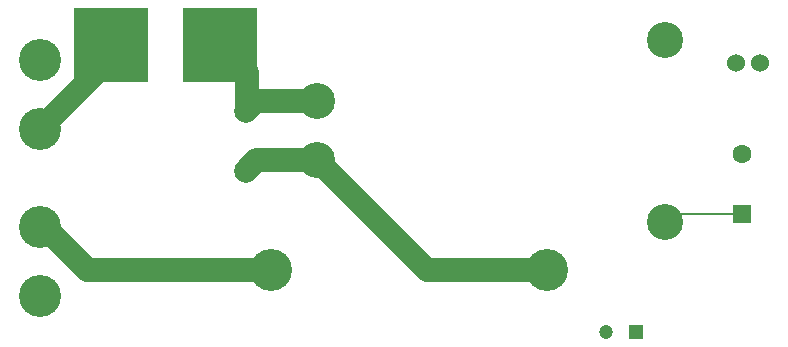
<source format=gtl>
G04 ---------------------------- Layer name :TOP LAYER*
G04 easyEDA 0.1*
G04 Scale: 100 percent, Rotated: No, Reflected: No *
G04 Dimensions in inches *
G04 leading zeros omitted , absolute positions ,2 integer and 4 *
%FSLAX24Y24*%
%MOIN*%
G90*
G70D02*

%ADD11C,0.008000*%
%ADD12C,0.078740*%
%ADD14R,0.250000X0.250000*%
%ADD15C,0.120000*%
%ADD17C,0.120078*%
%ADD19C,0.140000*%
%ADD21R,0.062992X0.062992*%
%ADD22C,0.062992*%
%ADD24C,0.060000*%
%ADD26R,0.047200X0.047200*%
%ADD27C,0.047200*%

%LPD*%
G54D11*
G01X25627Y4761D02*
G01X23297Y4761D01*
G01X23032Y4496D01*
G54D12*
G01X4567Y10380D02*
G01X4567Y9961D01*
G01X2203Y7596D01*
G01X2203Y4315D02*
G01X2367Y4315D01*
G01X3778Y2904D01*
G01X9909Y2904D01*
G01X9910Y2903D01*
G01X19110Y2903D02*
G01X15097Y2903D01*
G01X11457Y6544D01*
G01X11457Y6544D02*
G01X9419Y6544D01*
G01X9094Y6219D01*
G01X11457Y8511D02*
G01X9388Y8511D01*
G01X9094Y8219D01*
G01X9094Y8219D02*
G01X9094Y9496D01*
G01X8206Y10384D01*
G01X9092Y6209D03*
G01X9092Y8209D03*
G54D14*
G01X4567Y10380D03*
G01X8206Y10384D03*
G54D15*
G01X23032Y10559D03*
G01X23032Y4496D03*
G01X11457Y8511D03*
G54D17*
G01X11457Y6544D03*
G54D19*
G01X2203Y9896D03*
G01X2203Y7596D03*
G01X2203Y2015D03*
G01X2203Y4315D03*
G01X19110Y2903D03*
G01X9910Y2903D03*
G54D21*
G01X25627Y4761D03*
G54D22*
G01X25627Y6761D03*
G54D24*
G01X26227Y9792D03*
G01X25427Y9792D03*
G54D26*
G01X22093Y838D03*
G54D27*
G01X21093Y838D03*
G54D12*
G01X9092Y6209D03*
G01X9092Y8209D03*
G54D14*
G01X4567Y10380D03*
G01X8206Y10384D03*
G54D15*
G01X23032Y10559D03*
G01X23032Y4496D03*
G01X11457Y8511D03*
G54D17*
G01X11457Y6544D03*
G54D19*
G01X2203Y9896D03*
G01X2203Y7596D03*
G01X2203Y2015D03*
G01X2203Y4315D03*
G01X19110Y2903D03*
G01X9910Y2903D03*
G54D21*
G01X25627Y4761D03*
G54D22*
G01X25627Y6761D03*
G54D24*
G01X26227Y9792D03*
G01X25427Y9792D03*
G54D26*
G01X22093Y838D03*
G54D27*
G01X21093Y838D03*

M00*
M02*
</source>
